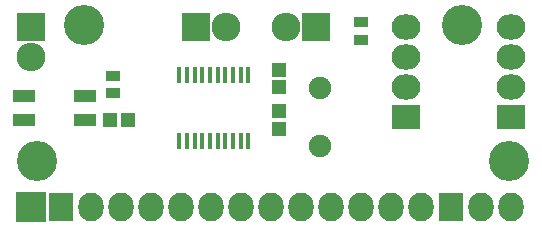
<source format=gbr>
G04 #@! TF.FileFunction,Soldermask,Top*
%FSLAX46Y46*%
G04 Gerber Fmt 4.6, Leading zero omitted, Abs format (unit mm)*
G04 Created by KiCad (PCBNEW 0.201510100348+6257~30~ubuntu14.04.1-product) date jeu. 15 oct. 2015 23:40:22 CEST*
%MOMM*%
G01*
G04 APERTURE LIST*
%ADD10C,0.100000*%
%ADD11R,1.150000X1.200000*%
%ADD12R,1.200000X1.150000*%
%ADD13R,2.432000X2.432000*%
%ADD14O,2.432000X2.432000*%
%ADD15R,2.127200X2.432000*%
%ADD16O,2.127200X2.432000*%
%ADD17R,2.635200X2.635200*%
%ADD18R,2.432000X2.127200*%
%ADD19O,2.432000X2.127200*%
%ADD20R,1.300000X0.900000*%
%ADD21R,1.850000X1.100000*%
%ADD22R,0.452400X1.352400*%
%ADD23C,3.400000*%
%ADD24C,1.901140*%
G04 APERTURE END LIST*
D10*
D11*
X136500000Y-107750000D03*
X136500000Y-109250000D03*
X136500000Y-112750000D03*
X136500000Y-111250000D03*
D12*
X122250000Y-112000000D03*
X123750000Y-112000000D03*
D13*
X129540000Y-104140000D03*
D14*
X132080000Y-104140000D03*
D15*
X118110000Y-119380000D03*
D16*
X120650000Y-119380000D03*
X123190000Y-119380000D03*
X125730000Y-119380000D03*
X128270000Y-119380000D03*
X130810000Y-119380000D03*
X133350000Y-119380000D03*
X135890000Y-119380000D03*
X138430000Y-119380000D03*
X140970000Y-119380000D03*
X143510000Y-119380000D03*
X146050000Y-119380000D03*
X148590000Y-119380000D03*
D17*
X115570000Y-119380000D03*
D13*
X139700000Y-104140000D03*
D14*
X137160000Y-104140000D03*
D13*
X115570000Y-104140000D03*
D14*
X115570000Y-106680000D03*
D15*
X151130000Y-119380000D03*
D16*
X153670000Y-119380000D03*
X156210000Y-119380000D03*
D18*
X156210000Y-111760000D03*
D19*
X156210000Y-109220000D03*
X156210000Y-106680000D03*
X156210000Y-104140000D03*
D18*
X147320000Y-111760000D03*
D19*
X147320000Y-109220000D03*
X147320000Y-106680000D03*
X147320000Y-104140000D03*
D20*
X143500000Y-103750000D03*
X143500000Y-105250000D03*
X122500000Y-108250000D03*
X122500000Y-109750000D03*
D21*
X120075000Y-110000000D03*
X114925000Y-110000000D03*
X114925000Y-112000000D03*
X120075000Y-112000000D03*
D22*
X133275000Y-113800000D03*
X133925000Y-113800000D03*
X132625000Y-113800000D03*
X131975000Y-113800000D03*
X131325000Y-113800000D03*
X130675000Y-113800000D03*
X130025000Y-113800000D03*
X129375000Y-113800000D03*
X128075000Y-108200000D03*
X128725000Y-108200000D03*
X129375000Y-108200000D03*
X130025000Y-108200000D03*
X133925000Y-108200000D03*
X133275000Y-108200000D03*
X132625000Y-108200000D03*
X131975000Y-108200000D03*
X131325000Y-108200000D03*
X130675000Y-108200000D03*
X128725000Y-113800000D03*
X128075000Y-113800000D03*
D23*
X120000000Y-104000000D03*
X156000000Y-115500000D03*
X152000000Y-104000000D03*
X116000000Y-115500000D03*
D24*
X140000000Y-109309060D03*
X140000000Y-114190940D03*
M02*

</source>
